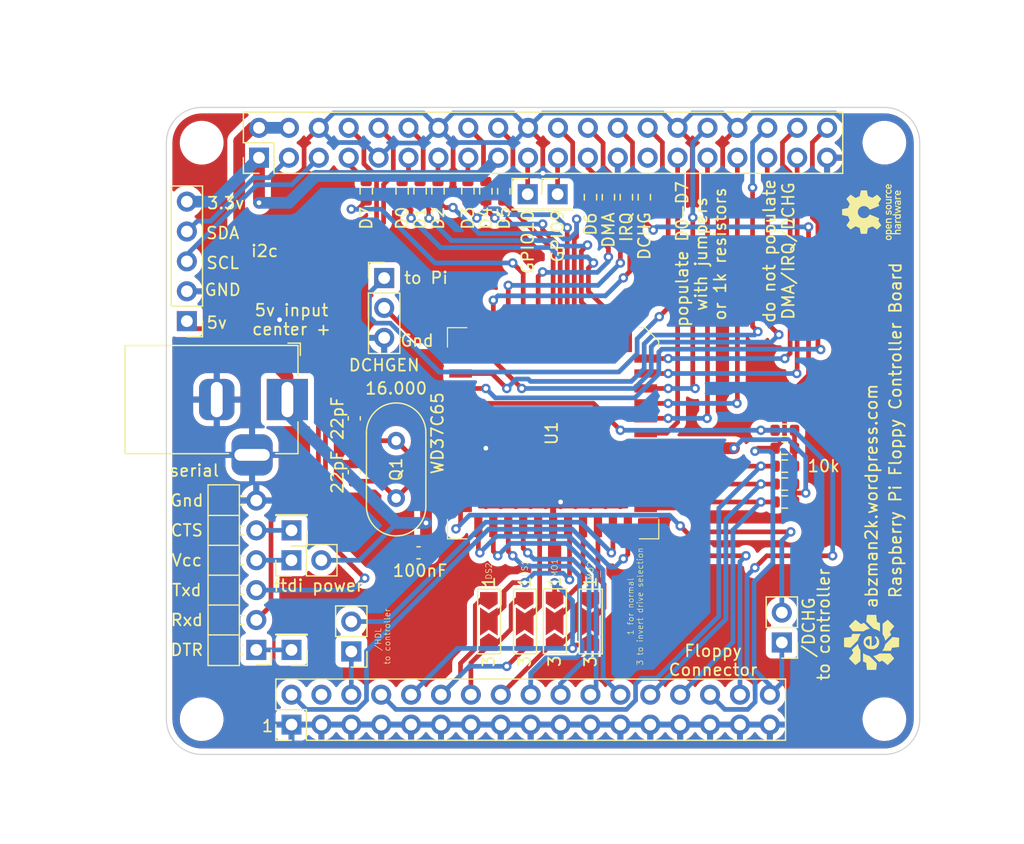
<source format=kicad_pcb>
(kicad_pcb (version 20211014) (generator pcbnew)
  (layers (0 "F.Cu" signal) (31 "B.Cu" signal) (34 "B.Paste" user) (35 "F.Paste" user) (36 "B.SilkS" user "B.Silkscreen") (37 "F.SilkS" user "F.Silkscreen") (38 "B.Mask" user) (39 "F.Mask" user) (44 "Edge.Cuts" user))
  (net 0 "")
  (net 1 "GND")
  (net 2 "Net-(C1-Pad2)")
  (net 3 "Net-(C2-Pad2)")
  (net 4 "+5V")
  (net 5 "DENSEL")
  (net 7 "Net-(CN1-Pad6)")
  (net 8 "*IDX")
  (net 9 "Net-(CN1-Pad10)")
  (net 10 "Net-(CN1-Pad12)")
  (net 11 "Net-(CN1-Pad14)")
  (net 12 "Net-(CN1-Pad16)")
  (net 13 "*DIRC")
  (net 14 "*STEP")
  (net 15 "*WD")
  (net 16 "*WE")
  (net 17 "*TR00")
  (net 18 "*WP")
  (net 19 "*RDD")
  (net 20 "*HS")
  (net 21 "*DCHG")
  (net 22 "Net-(J1-Pad2)")
  (net 23 "*HDL")
  (net 24 "*MO1")
  (net 25 "*MO2")
  (net 26 "*DS1")
  (net 27 "*DS2")
  (net 28 "D0")
  (net 29 "D1")
  (net 30 "D2")
  (net 31 "D3")
  (net 32 "D4")
  (net 33 "D5")
  (net 34 "D6")
  (net 35 "D7")
  (net 36 "SCL")
  (net 37 "SDA")
  (net 38 "+3V3")
  (net 39 "*DCHGEN")
  (net 40 "Net-(J9-Pad2)")
  (net 41 "Net-(J10-Pad1)")
  (net 42 "Net-(J11-Pad1)")
  (net 43 "Net-(J12-Pad1)")
  (net 44 "Rx")
  (net 45 "Tx")
  (net 46 "Net-(J14-Pad19)")
  (net 47 "Net-(J14-Pad21)")
  (net 48 "Net-(J14-Pad23)")
  (net 49 "Net-(J14-Pad24)")
  (net 50 "Net-(J14-Pad26)")
  (net 52 "*FRD")
  (net 53 "*FWR")
  (net 54 "A0")
  (net 55 "*FCS")
  (net 56 "*DOR")
  (net 57 "*CCR")
  (net 58 "*DACK")
  (net 59 "TC")
  (net 60 "FRST")
  (net 61 "DMA")
  (net 62 "IRQ")
  (net 64 "Net-(R9-Pad2)")
  (net 65 "Net-(R10-Pad2)")
  (net 66 "Net-(R11-Pad2)")
  (net 67 "Net-(R12-Pad2)")
  (net 68 "Net-(R13-Pad2)")
  (net 69 "Net-(R14-Pad2)")
  (net 70 "Net-(R15-Pad2)")
  (net 71 "Net-(R16-Pad2)")
  (footprint "Resistor_SMD:R_0603_1608Metric" (layer "F.Cu") (at 102.616 119.126 -90)
    (fp_text reference "R13" hide)
    (fp_text value "1k")
  )
  (footprint "Connector_PinHeader_2.54mm:PinHeader_1x06_P2.54mm_Horizontal" (layer "F.Cu") (at 84.639 158.115 180)
    (fp_text reference "J7" hide)
    (fp_text value "serial")
  )
  (footprint "Connector_PinHeader_2.54mm:PinHeader_2x17_P2.54mm_Vertical" (layer "F.Cu") (at 87.63 164.465 90)
    (fp_text reference "CN1" hide)
    (fp_text value "FLOPPY CONNECTOR")
  )
  (footprint "Resistor_SMD:R_0603_1608Metric" (layer "F.Cu") (at 100.076 119.126 -90)
    (fp_text reference "R14" hide)
    (fp_text value "1k")
  )
  (footprint "Capacitor_SMD:C_0603_1608Metric" (layer "F.Cu") (at 92.964 138.43 -90)
    (fp_text reference "C2" hide)
    (fp_text value "22pF")
  )
  (footprint "Resistor_SMD:R_0603_1608Metric" (layer "F.Cu") (at 93.98 119.126 -90)
    (fp_text reference "R9" hide)
    (fp_text value "1k")
  )
  (footprint "Resistor_SMD:R_0603_1608Metric" (layer "F.Cu") (at 117.602 119.634 -90)
    (fp_text reference "R7" hide)
    (fp_text value "R")
  )
  (footprint "Connector_PinHeader_2.54mm:PinHeader_1x01_P2.54mm_Vertical" (layer "F.Cu") (at 110.236 119.38)
    (fp_text reference "J16" hide)
    (fp_text value "GPIO9")
  )
  (footprint "Connector_PinHeader_2.54mm:PinHeader_1x01_P2.54mm_Vertical" (layer "F.Cu") (at 87.63 158.115 180)
    (fp_text reference "J12" hide)
    (fp_text value "DTR")
  )
  (footprint "Resistor_SMD:R_0603_1608Metric" (layer "F.Cu") (at 129.54 140.97)
    (fp_text reference "R1" hide)
    (fp_text value "10k")
  )
  (footprint "Package_LCC:PLCC-44" (layer "F.Cu") (at 109.855 139.7 -90)
    (fp_text reference "U1")
    (fp_text value "WD37C65")
  )
  (footprint "Resistor_SMD:R_0603_1608Metric" (layer "F.Cu") (at 105.664 119.126 -90)
    (fp_text reference "R11" hide)
    (fp_text value "1k")
  )
  (footprint "Resistor_SMD:R_0603_1608Metric" (layer "F.Cu") (at 104.14 119.126 -90)
    (fp_text reference "R12" hide)
    (fp_text value "1k")
  )
  (footprint "Resistor_SMD:R_0603_1608Metric" (layer "F.Cu") (at 113.03 119.634 -90)
    (fp_text reference "R10" hide)
    (fp_text value "1k")
  )
  (footprint "Resistor_SMD:R_0603_1608Metric" (layer "F.Cu") (at 98.552 119.126 -90)
    (fp_text reference "R15" hide)
    (fp_text value "1k")
  )
  (footprint "Resistor_SMD:R_0603_1608Metric" (layer "F.Cu") (at 97.028 119.126 -90)
    (fp_text reference "R16" hide)
    (fp_text value "1k")
  )
  (footprint "Jumper:SolderJumper-3_P2.0mm_Open_TrianglePad1.0x1.5mm_NumberLabels" (layer "F.Cu") (at 104.394 155.702 -90)
    (fp_text reference "J6" hide)
    (fp_text value "DS2")
  )
  (footprint "Crystal:Crystal_HC49-U_Vertical" (layer "F.Cu") (at 96.52 140.335 -90)
    (fp_text reference "Q1")
    (fp_text value "16.000")
  )
  (footprint "Resistor_SMD:R_0603_1608Metric" (layer "F.Cu") (at 129.54 139.446 180)
    (fp_text reference "R2" hide)
    (fp_text value "10k")
  )
  (footprint "Resistor_SMD:R_0603_1608Metric" (layer "F.Cu") (at 129.54 144.018)
    (fp_text reference "R4" hide)
    (fp_text value "10k")
  )
  (footprint "Resistor_SMD:R_0603_1608Metric" (layer "F.Cu") (at 114.554 119.634 -90)
    (fp_text reference "R6" hide)
    (fp_text value "R")
  )
  (footprint "Jumper:SolderJumper-3_P2.0mm_Open_TrianglePad1.0x1.5mm_NumberLabels" (layer "F.Cu") (at 113.03 155.702 -90)
    (fp_text reference "J4" hide)
    (fp_text value "MO2")
  )
  (footprint "Connector_PinHeader_2.54mm:PinHeader_1x02_P2.54mm_Vertical" (layer "F.Cu") (at 129.286 157.485 180)
    (fp_text reference "J1" hide)
    (fp_text value "/DCHG")
  )
  (footprint "Connector_PinHeader_2.54mm:PinHeader_1x03_P2.54mm_Vertical" (layer "F.Cu") (at 95.504 126.507)
    (fp_text reference "J9" hide)
    (fp_text value "DCHGEN")
  )
  (footprint "Connector_PinHeader_2.54mm:PinHeader_1x02_P2.54mm_Vertical" (layer "F.Cu") (at 92.71 158.247 180)
    (fp_text reference "J2" hide)
    (fp_text value "/HDL")
  )
  (footprint "Connector_BarrelJack:BarrelJack_Horizontal" (layer "F.Cu") (at 87.28 136.8375)
    (fp_text reference "J17" hide)
    (fp_text value "Barrel_Jack_Switch")
  )
  (footprint "Connector_PinHeader_2.54mm:PinHeader_1x02_P2.54mm_Vertical" (layer "F.Cu") (at 87.625 150.495 90)
    (fp_text reference "J10" hide)
    (fp_text value "ftdi power")
  )
  (footprint "Connector_PinHeader_2.54mm:PinHeader_2x20_P2.54mm_Vertical" (layer "F.Cu") (at 84.87 116.275 90)
    (fp_text reference "J14" hide)
    (fp_text value "Raspberry_Pi_2_3")
  )
  (footprint "Jumper:SolderJumper-3_P2.0mm_Open_TrianglePad1.0x1.5mm_NumberLabels" (layer "F.Cu") (at 107.442 155.702 -90)
    (fp_text reference "J5" hide)
    (fp_text value "DS1")
  )
  (footprint "Connector_PinHeader_2.54mm:PinHeader_1x01_P2.54mm_Vertical" (layer "F.Cu") (at 87.63 147.955 180)
    (fp_text reference "J11" hide)
    (fp_text value "CTS")
  )
  (footprint "Connector_PinHeader_2.54mm:PinHeader_1x05_P2.54mm_Vertical" (layer "F.Cu") (at 78.74 130.17 180)
    (fp_text reference "J8" hide)
    (fp_text value "i2c")
  )
  (footprint "Evan's misc parts:OSHW gear" (layer "F.Cu") (at 136.906 120.904 90)
    (fp_text reference "G***" hide)
    (fp_text value "LOGO" hide)
  )
  (footprint "Resistor_SMD:R_0603_1608Metric" (layer "F.Cu") (at 129.54 142.494)
    (fp_text reference "R5" hide)
    (fp_text value "10k")
  )
  (footprint "Evan's misc parts:Evan Logo" (layer "F.Cu") (at 136.906 157.48 90)
    (fp_text reference "G***" hide)
    (fp_text value "LOGO" hide)
  )
  (footprint "Jumper:SolderJumper-3_P2.0mm_Open_TrianglePad1.0x1.5mm_NumberLabels" (layer "F.Cu") (at 109.982 155.67 -90)
    (fp_text reference "J3" hide)
    (fp_text value "MO1")
  )
  (footprint "Capacitor_SMD:C_0603_1608Metric" (layer "F.Cu") (at 98.425 149.86 180)
    (fp_text reference "C3" hide)
    (fp_text value "100nF")
  )
  (footprint "Resistor_SMD:R_0603_1608Metric" (layer "F.Cu") (at 116.078 119.634 -90)
    (fp_text reference "R8" hide)
    (fp_text value "R")
  )
  (footprint "Connector_PinHeader_2.54mm:PinHeader_1x01_P2.54mm_Vertical" (layer "F.Cu") (at 107.696 119.38)
    (fp_text reference "J15" hide)
    (fp_text value "GPIO10")
  )
  (footprint "Capacitor_SMD:C_0603_1608Metric" (layer "F.Cu") (at 92.964 143.002 -90)
    (fp_text reference "C1" hide)
    (fp_text value "22pF")
  )
  (footprint "Resistor_SMD:R_0603_1608Metric" (layer "F.Cu") (at 129.54 145.542)
    (fp_text reference "R3" hide)
    (fp_text value "10k")
  )
  (footprint "MountingHole:MountingHole_2.7mm_M2.5" (layer "B.Cu") (at 138 115 90)
    (fp_text reference "REF**" hide)
    (fp_text value "MountingHole_2.7mm_M2.5")
  )
  (footprint "MountingHole:MountingHole_2.7mm_M2.5" (layer "B.Cu") (at 80 164 90)
    (fp_text reference "REF**" hide)
    (fp_text value "MountingHole_2.7mm_M2.5")
  )
  (footprint "MountingHole:MountingHole_2.7mm_M2.5" (layer "B.Cu") (at 138 164 90)
    (fp_text reference "REF**" hide)
    (fp_text value "MountingHole_2.7mm_M2.5")
  )
  (footprint "MountingHole:MountingHole_2.7mm_M2.5" (layer "B.Cu") (at 80 115 90)
    (fp_text reference "REF**" hide)
    (fp_text value "MountingHole_2.7mm_M2.5")
  )
  (gr_line (start 141 115) (end 141 160) (layer "Edge.Cuts") (width 0.1))
  (gr_arc (start 141 164) (mid 140.12132 166.12132) (end 138 167) (layer "Edge.Cuts") (width 0.1))
  (gr_arc (start 80 167) (mid 77.87868 166.12132) (end 77 164) (layer "Edge.Cuts") (width 0.1))
  (gr_line (start 77 115) (end 77 161) (layer "Edge.Cuts") (width 0.1))
  (gr_line (start 80 112) (end 138 112) (layer "Edge.Cuts") (width 0.1))
  (gr_line (start 138 167) (end 80 167) (layer "Edge.Cuts") (width 0.1))
  (gr_line (start 141 164) (end 141 160) (layer "Edge.Cuts") (width 0.1))
  (gr_arc (start 77 115) (mid 77.87868 112.87868) (end 80 112) (layer "Edge.Cuts") (width 0.1))
  (gr_arc (start 138 112) (mid 140.12132 112.87868) (end 141 115) (layer "Edge.Cuts") (width 0.1))
  (gr_line (start 77 164) (end 77 161) (layer "Edge.Cuts") (width 0.1))
  (gr_text "Rxd" (at 78.74 155.575) (layer "F.SilkS") (effects (font (size 1 1))))
  (gr_text "D5" (at 105.664 121.412 90) (layer "F.SilkS") (effects (font (size 1 1))))
  (gr_text "Gnd" (at 78.74 145.415) (layer "F.SilkS") (effects (font (size 1 1))))
  (gr_text "DCHG" (at 117.602 122.936 90) (layer "F.SilkS") (effects (font (size 1 1))))
  (gr_text "do not populate\nDMA/IRQ/DCHG" (at 129.032 124.206 90) (layer "F.SilkS") (effects (font (size 1 1))))
  (gr_text "D2" (at 100.076 121.412 90) (layer "F.SilkS") (effects (font (size 1 1))))
  (gr_text "D1" (at 98.552 121.412 90) (layer "F.SilkS") (effects (font (size 1 1))))
  (gr_text "D0" (at 97.028 121.412 90) (layer "F.SilkS") (effects (font (size 1 1))))
  (gr_text "CTS" (at 78.74 147.955) (layer "F.SilkS") (effects (font (size 1 1))))
  (gr_text "5v" (at 81.28 130.302) (layer "F.SilkS") (effects (font (size 1 1))))
  (gr_text "D6" (at 113.03 121.92 90) (layer "F.SilkS") (effects (font (size 1 1))))
  (gr_text "D7" (at 93.98 121.412 90) (layer "F.SilkS") (effects (font (size 1 1))))
  (gr_text "5v input\ncenter +" (at 87.63 130.048) (layer "F.SilkS") (effects (font (size 1 1))))
  (gr_text "3.3v" (at 82.042 120.142) (layer "F.SilkS") (effects (font (size 1 1))))
  (gr_text "Gnd" (at 98.298 131.826) (layer "F.SilkS") (effects (font (size 1 1))))
  (gr_text "to Pi" (at 99.06 126.492) (layer "F.SilkS") (effects (font (size 1 1))))
  (gr_text "1" (at 85.598 164.592) (layer "F.SilkS") (effects (font (size 1 1))))
  (gr_text "Vcc" (at 78.74 150.495) (layer "F.SilkS") (effects (font (size 1 1))))
  (gr_text "Floppy\nConnector" (at 123.444 159.004) (layer "F.SilkS") (effects (font (size 1 1))))
  (gr_text "SDA" (at 81.788 122.682) (layer "F.SilkS") (effects (font (size 1 1))))
  (gr_text "1 for normal\n3 to invert drive selection" (at 116.84 154.432 90) (layer "F.SilkS") (effects (font (size 0.5 0.5) (thickness 0.05))))
  (gr_text "IRQ" (at 116.078 122.174 90) (layer "F.SilkS") (effects (font (size 1 1))))
  (gr_text "to controller" (at 95.758 156.972 90) (layer "F.SilkS") (effects (font (size 0.5 0.5) (thickness 0.05))))
  (gr_text "DMA" (at 114.554 122.428 90) (layer "F.SilkS") (effects (font (size 1 1))))
  (gr_text "abzman2k.wordpress.com" (at 136.906 145.034 90) (layer "F.SilkS") (effects (font (size 1 1))))
  (gr_text "to controller" (at 132.842 155.956 90) (layer "F.SilkS") (effects (font (size 1 1))))
  (gr_text "populate D0-D7\nwith jumpers\nor 1k resistors" (at 122.428 124.46 90) (layer "F.SilkS") (effects (font (size 1 1))))
  (gr_text "SCL" (at 81.788 125.222) (layer "F.SilkS") (effects (font (size 1 1))))
  (gr_text "Raspberry Pi Floppy Controller Board" (at 138.938 139.446 90) (layer "F.SilkS") (effects (font (size 1 1))))
  (gr_text "DTR" (at 78.74 158.115) (layer "F.SilkS") (effects (font (size 1 1))))
  (gr_text "D3" (at 102.616 121.412 90) (layer "F.SilkS") (effects (font (size 1 1))))
  (gr_text "Txd" (at 78.74 153.035) (layer "F.SilkS") (effects (font (size 1 1))))
  (gr_text "GND" (at 81.788 127.508) (layer "F.SilkS") (effects (font (size 1 1))))
  (gr_text "D4" (at 104.14 121.412 90) (layer "F.SilkS") (effects (font (size 1 1))))
  (segment (start 101.359511 114.984511) (end 101.359511 117.588489) (width 0.4) (layer "F.Cu") (net 1))
  (segment (start 125.51 113.735) (end 124.260489 114.984511) (width 0.4) (layer "F.Cu") (net 1))
  (segment (start 88.700489 114.984511) (end 88.700489 117.039511) (width 0.4) (layer "F.Cu") (net 1))
  (segment (start 124.260489 114.984511) (end 124.260489 117.910489) (width 0.4) (layer "F.Cu") (net 1))
  (segment (start 120.43 113.735) (end 121.679511 114.984511) (width 0.4) (layer "F.Cu") (net 1))
  (segment (start 101.359511 117.588489) (end 101.359511 117.715489) (width 0.4) (layer "F.Cu") (net 1))
  (segment (start 108.979511 114.984511) (end 108.979511 117.588489) (width 0.4) (layer "F.Cu") (net 1))
  (segment (start 108.979511 117.588489) (end 108.979511 117.715489) (width 0.4) (layer "F.Cu") (net 1))
  (segment (start 89.95 113.735) (end 88.700489 114.984511) (width 0.4) (layer "F.Cu") (net 1))
  (segment (start 121.679511 114.984511) (end 121.679511 117.715489) (width 0.4) (layer "F.Cu") (net 1))
  (segment (start 100.11 113.735) (end 101.359511 114.984511) (width 0.4) (layer "F.Cu") (net 1))
  (segment (start 107.73 113.735) (end 108.979511 114.984511) (width 0.4) (layer "F.Cu") (net 1))
  (via (at 108.979511 117.588489) (size 0.8) (drill 0.4) (layers "F.Cu" "B.Cu") (net 1))
  (via (at 110.49 145.542) (size 0.8) (drill 0.4) (layers "F.Cu" "B.Cu") (net 1))
  (via (at 104.14 140.97) (size 0.8) (drill 0.4) (layers "F.Cu" "B.Cu") (net 1))
  (via (at 86.614 130.048) (size 0.8) (drill 0.4) (layers "F.Cu" "B.Cu") (net 1))
  (segment (start 98.860489 112.485489) (end 100.11 113.735) (width 0.4) (layer "B.Cu") (net 1))
  (segment (start 125.51 113.735) (end 126.759511 112.485489) (width 0.4) (layer "B.Cu") (net 1))
  (segment (start 100.11 113.735) (end 101.359511 114.984511) (width 0.4) (layer "B.Cu") (net 1))
  (segment (start 91.199511 112.485489) (end 98.860489 112.485489) (width 0.4) (layer "B.Cu") (net 1))
  (segment (start 101.359511 112.485489) (end 100.11 113.735) (width 0.4) (layer "B.Cu") (net 1))
  (segment (start 89.95 113.735) (end 91.199511 114.984511) (width 0.4) (layer "B.Cu") (net 1))
  (segment (start 93.739511 114.984511) (end 95.03 116.275) (width 0.4) (layer "B.Cu") (net 1))
  (segment (start 106.480489 112.485489) (end 101.359511 112.485489) (width 0.4) (layer "B.Cu") (net 1))
  (segment (start 91.199511 114.984511) (end 93.739511 114.984511) (width 0.4) (layer "B.Cu") (net 1))
  (segment (start 98.819511 115.025489) (end 100.11 113.735) (width 0.4) (layer "B.Cu") (net 1))
  (segment (start 89.95 113.735) (end 91.199511 112.485489) (width 0.4) (layer "B.Cu") (net 1))
  (segment (start 126.759511 112.485489) (end 133.821489 112.485489) (width 0.4) (layer "B.Cu") (net 1))
  (segment (start 119.180489 112.485489) (end 108.979511 112.485489) (width 0.4) (layer "B.Cu") (net 1))
  (segment (start 106.480489 114.984511) (end 107.73 113.735) (width 0.4) (layer "B.Cu") (net 1))
  (segment (start 120.43 113.735) (end 119.180489 112.485489) (width 0.4) (layer "B.Cu") (net 1))
  (segment (start 95.03 116.275) (end 96.279511 115.025489) (width 0.4) (layer "B.Cu") (net 1))
  (segment (start 120.43 113.735) (end 121.679511 112.485489) (width 0.4) (layer "B.Cu") (net 1))
  (segment (start 96.279511 115.025489) (end 98.819511 115.025489) (width 0.4) (layer "B.Cu") (net 1))
  (segment (start 107.73 113.735) (end 106.480489 112.485489) (width 0.4) (layer "B.Cu") (net 1))
  (segment (start 108.979511 112.485489) (end 107.73 113.735) (width 0.4) (layer "B.Cu") (net 1))
  (segment (start 101.359511 114.984511) (end 106.480489 114.984511) (width 0.4) (layer "B.Cu") (net 1))
  (segment (start 124.260489 112.485489) (end 125.51 113.735) (width 0.4) (layer "B.Cu") (net 1))
  (segment (start 121.679511 112.485489) (end 124.260489 112.485489) (width 0.4) (layer "B.Cu") (net 1))
  (segment (start 133.821489 112.485489) (end 134.874 113.538) (width 0.4) (layer "B.Cu") (net 1))
  (segment (start 96.52 145.215) (end 95.082 143.777) (width 0.4) (layer "F.Cu") (net 2))
  (segment (start 98.225 143.51) (end 101.9925 143.51) (width 0.4) (layer "F.Cu") (net 2))
  (segment (start 95.082 143.777) (end 92.964 143.777) (width 0.4) (layer "F.Cu") (net 2))
  (segment (start 96.52 145.215) (end 98.225 143.51) (width 0.4) (layer "F.Cu") (net 2))
  (segment (start 96.52 140.335) (end 94.094 140.335) (width 0.4) (layer "F.Cu") (net 3))
  (segment (start 101.9925 142.24) (end 98.425 142.24) (width 0.4) (layer "F.Cu") (net 3))
  (segment (start 94.094 140.335) (end 92.964 139.205) (width 0.4) (layer "F.Cu") (net 3))
  (segment (start 98.425 142.24) (end 96.52 140.335) (width 0.4) (layer "F.Cu") (net 3))
  (segment (start 83.185 114.860978) (end 83.185 130.81) (width 1) (layer "F.Cu") (net 4))
  (segment (start 100.03 144.78) (end 99.06 145.75) (width 1) (layer "F.Cu") (net 4))
  (segment (start 101.9925 144.78) (end 108.966 144.78) (width 1) (layer "F.Cu") (net 4))
  (segment (start 84.87 113.735) (end 84.310978 113.735) (width 1) (layer "F.Cu") (net 4))
  (segment (start 101.9925 144.78) (end 100.03 144.78) (width 1) (layer "F.Cu") (net 4))
  (segment (start 87.28 136.8375) (end 87.28 134.905) (width 1) (layer "F.Cu") (net 4))
  (segment (start 130.428 144.78) (end 130.365 144.843) (width 0.4) (layer "F.Cu") (net 4))
  (segment (start 78.74 130.81) (end 83.185 130.81) (width 0.4) (layer "F.Cu") (net 4))
  (segment (start 117.7175 140.97) (end 125.222 140.97) (width 1) (layer "F.Cu") (net 4))
  (segment (start 108.966 144.78) (end 112.776 140.97) (width 1) (layer "F.Cu") (net 4))
  (segment (start 130.365 139.446) (end 130.365 144.843) (width 0.4) (layer "F.Cu") (net 4))
  (segment (start 99.06 147.32) (end 99.06 149.72) (width 1) (layer "F.Cu") (net 4))
  (segment (start 131.318 144.78) (end 130.428 144.78) (width 0.4) (layer "F.Cu") (net 4))
  (segment (start 84.310978 113.735) (end 83.185 114.860978) (width 1) (layer "F.Cu") (net 4))
  (segment (start 112.776 140.97) (end 117.7175 140.97) (width 1) (layer "F.Cu") (net 4))
  (segment (start 130.365 144.843) (end 130.365 145.542) (width 0.4) (layer "F.Cu") (net 4))
  (segment (start 87.28 134.905) (end 83.185 130.81) (width 1) (layer "F.Cu") (net 4))
  (segment (start 99.06 145.75) (end 99.06 147.32) (width 1) (layer "F.Cu") (net 4))
  (segment (start 99.06 149.72) (end 99.2 149.86) (width 1) (layer "F.Cu") (net 4))
  (via (at 131.318 144.78) (size 0.8) (drill 0.4) (layers "F.Cu" "B.Cu") (net 4))
  (via (at 99.06 147.32) (size 0.8) (drill 0.4) (layers "F.Cu" "B.Cu") (net 4))
  (via (at 125.222 140.97) (size 0.8) (drill 0.4) (layers "F.Cu" "B.Cu") (net 4))
  (segment (start 96.575081 147.32) (end 87.28 138.024919) (width 1) (layer "B.Cu") (net 4))
  (segment (start 99.06 147.32) (end 96.575081 147.32) (width 1) (layer "B.Cu") (net 4))
  (segment (start 87.28 138.024919) (end 87.28 136.8375) (width 1) (layer "B.Cu") (net 4))
  (segment (start 125.222 140.97) (end 125.946489 140.245511) (width 0.4) (layer "B.Cu") (net 4))
  (segment (start 93.400081 150.495) (end 96.575081 147.32) (width 0.4) (layer "B.Cu") (net 4))
  (segment (start 131.318 141.732) (end 131.318 144.78) (width 0.4) (layer "B.Cu") (net 4))
  (segment (start 125.946489 140.245511) (end 129.831511 140.245511) (width 0.4) (layer "B.Cu") (net 4))
  (segment (start 90.165 150.495) (end 93.400081 150.495) (width 0.4) (layer "B.Cu") (net 4))
  (segment (start 87.41 113.735) (end 84.87 113.735) (width 1) (layer "B.Cu") (net 4))
  (segment (start 129.831511 140.245511) (end 131.318 141.732) (width 0.4) (layer "B.Cu") (net 4))
  (segment (start 116.205 147.5625) (end 116.205 149.987) (width 0.4) (layer "F.Cu") (net 5))
  (segment (start 116.205 149.987) (end 115.824 150.368) (width 0.4) (layer "F.Cu") (net 5))
  (via (at 115.824 150.368) (size 0.8) (drill 0.4) (layers "F.Cu" "B.Cu") (net 5))
  (segment (start 115.824 150.368) (end 115.116488 151.075512) (width 0.4) (layer "B.Cu") (net 5))
  (segment (start 94.000489 158.221511) (end 94.000489 160.040489) (width 0.4) (layer "B.Cu") (net 5))
  (segment (start 114.703591 151.075512) (end 111.489528 147.861449) (width 0.4) (layer "B.Cu") (net 5))
  (segment (start 93.227565 163.174511) (end 94.000489 162.401587) (width 0.4) (layer "B.Cu") (net 5))
  (segment (start 111.489528 147.861449) (end 104.360551 147.861449) (width 0.4) (layer "B.Cu") (net 5))
  (segment (start 88.879511 163.174511) (end 93.227565 163.174511) (width 0.4) (layer "B.Cu") (net 5))
  (segment (start 115.116488 151.075512) (end 114.703591 151.075512) (width 0.4) (layer "B.Cu") (net 5))
  (segment (start 104.360551 147.861449) (end 94.000489 158.221511) (width 0.4) (layer "B.Cu") (net 5))
  (segment (start 94.000489 162.401587) (end 94.000489 160.040489) (width 0.4) (layer "B.Cu") (net 5))
  (segment (start 87.63 161.925) (end 88.879511 163.174511) (width 0.4) (layer "B.Cu") (net 5))
  (segment (start 92.71 161.925) (end 92.71 158.247) (width 0.4) (layer "B.Cu") (net 7))
  (segment (start 128.715 142.494) (end 127.508 142.494) (width 0.4) (layer "F.Cu") (net 8))
  (segment (start 119.634 142.494) (end 119.38 142.24) (width 0.4) (layer "F.Cu") (net 8))
  (segment (start 119.38 142.24) (end 117.7175 142.24) (width 0.4) (layer "F.Cu") (net 8))
  (segment (start 127.508 142.494) (end 119.634 142.494) (width 0.4) (layer "F.Cu") (net 8))
  (via (at 127.508 142.494) (size 0.8) (drill 0.4) (layers "F.Cu" "B.Cu") (net 8))
  (segment (start 117.348 160.528) (end 118.65915 160.528) (width 0.4) (layer "B.Cu") (net 8))
  (segment (start 95.25 161.925) (end 96.499511 163.174511) (width 0.4) (layer "B.Cu") (net 8))
  (segment (start 116.860489 162.401587) (end 116.860489 161.015511) (width 0.4) (layer "B.Cu") (net 8))
  (segment (start 123.93144 146.07056) (end 127.508 142.494) (width 0.4) (layer "B.Cu") (net 8))
  (segment (start 116.860489 161.015511) (end 117.348 160.528) (width 0.4) (layer "B.Cu") (net 8))
  (segment (start 116.087565 163.174511) (end 116.860489 162.401587) (width 0.4) (layer "B.Cu") (net 8))
  (segment (start 118.65915 160.528) (end 123.93144 155.25571) (width 0.4) (layer "B.Cu") (net 8))
  (segment (start 96.499511 163.174511) (end 116.087565 163.174511) (width 0.4) (layer "B.Cu") (net 8))
  (segment (start 123.93144 155.25571) (end 123.93144 146.07056) (width 0.4) (layer "B.Cu") (net 8))
  (segment (start 113.03 157.702) (end 111.792 157.702) (width 0.4) (layer "F.Cu") (net 9))
  (segment (start 111.792 157.702) (end 111.506 157.988) (width 0.4) (layer "F.Cu") (net 9))
  (segment (start 109.982 152.4) (end 109.982 153.67) (width 0.4) (layer "F.Cu") (net 9))
  (via (at 109.982 152.4) (size 0.8) (drill 0.4) (layers "F.Cu" "B.Cu") (net 9))
  (via (at 111.506 157.988) (size 0.8) (drill 0.4) (layers "F.Cu" "B.Cu") (net 9))
  (segment (start 101.727 157.988) (end 97.79 161.925) (width 0.4) (layer "B.Cu") (net 9))
  (segment (start 109.982 152.4) (end 111.506 153.924) (width 0.4) (layer "B.Cu") (net 9))
  (segment (start 111.506 157.988) (end 101.727 157.988) (width 0.4) (layer "B.Cu") (net 9))
  (segment (start 111.506 153.924) (end 111.506 157.988) (width 0.4) (layer "B.Cu") (net 9))
  (segment (start 103.24448 158.00367) (end 101.99015 159.258) (width 0.4) (layer "F.Cu") (net 10))
  (segment (start 101.99015 159.258) (end 101.99015 160.26485) (width 0.4) (layer "F.Cu") (net 10))
  (segment (start 103.878994 153.702) (end 103.24448 154.336514) (width 0.4) (layer "F.Cu") (net 10))
  (segment (start 101.99015 160.26485) (end 100.33 161.925) (width 0.4) (layer "F.Cu") (net 10))
  (segment (start 103.24448 154.336514) (end 103.24448 158.00367) (width 0.4) (layer "F.Cu") (net 10))
  (segment (start 107.442 157.988) (end 105.918 159.512) (width 0.4) (layer "F.Cu") (net 10))
  (segment (start 104.394 153.702) (end 103.878994 153.702) (width 0.4) (layer "F.Cu") (net 10))
  (segment (start 107.442 157.702) (end 107.442 157.988) (width 0.4) (layer "F.Cu") (net 10))
  (via (at 105.918 159.512) (size 0.8) (drill 0.4) (layers "F.Cu" "B.Cu") (net 10))
  (segment (start 105.918 159.512) (end 102.743 159.512) (width 0.4) (layer "B.Cu") (net 10))
  (segment (start 102.743 159.512) (end 100.33 161.925) (width 0.4) (layer "B.Cu") (net 10))
  (segment (start 104.394 157.702) (end 104.934 157.702) (width 0.4) (layer "F.Cu") (net 11))
  (segment (start 102.87 161.925) (end 102.87 159.226) (width 0.4) (layer "F.Cu") (net 11))
  (segment (start 102.87 159.226) (end 104.394 157.702) (width 0.4) (layer "F.Cu") (net 11))
  (segment (start 106.29248 155.32752) (end 106.29248 154.31152) (width 0.4) (layer "F.Cu") (net 11))
  (segment (start 106.29248 154.31152) (end 106.902 153.702) (width 0.4) (layer "F.Cu") (net 11))
  (segment (start 106.29248 156.34352) (end 106.29248 155.32752) (width 0.4) (layer "F.Cu") (net 11))
  (segment (start 104.934 157.702) (end 106.29248 156.34352) (width 0.4) (layer "F.Cu") (net 11))
  (segment (start 106.902 153.702) (end 107.442 153.702) (width 0.4) (layer "F.Cu") (net 11))
  (segment (start 111.73104 156.435966) (end 110.497006 157.67) (width 0.4) (layer "F.Cu") (net 12))
  (segment (start 109.982 157.67) (end 109.665 157.67) (width 0.4) (layer "F.Cu") (net 12))
  (segment (start 111.73104 154.46096) (end 111.73104 156.435966) (width 0.4) (layer "F.Cu") (net 12))
  (segment (start 112.49 153.702) (end 111.73104 154.46096) (width 0.4) (layer "F.Cu") (net 12))
  (segment (start 113.03 153.702) (end 112.49 153.702) (width 0.4) (layer "F.Cu") (net 12))
  (segment (start 109.665 157.67) (end 105.41 161.925) (width 0.4) (layer "F.Cu") (net 12))
  (segment (start 110.497006 157.67) (end 109.982 157.67) (width 0.4) (layer "F.Cu") (net 12))
  (segment (start 106.045 149.733) (end 106.426 150.114) (width 0.4) (layer "F.Cu") (net 13))
  (segment (start 106.045 147.5625) (end 106.045 149.733) (width 0.4) (layer "F.Cu") (net 13))
  (via (at 106.426 150.114) (size 0.8) (drill 0.4) (layers "F.Cu" "B.Cu") (net 13))
  (segment (start 112.305511 157.425991) (end 112.305511 158.319169) (width 0.4) (layer "B.Cu") (net 13))
  (segment (start 112.10552 157.226) (end 112.305511 157.425991) (width 0.4) (layer "B.Cu") (net 13))
  (segment (start 107.95 160.095022) (end 107.95 161.925) (width 0.4) (layer "B.Cu") (net 13))
  (segment (start 107.312969 151.000969) (end 111.237649 151.000969) (width 0.4) (layer "B.Cu") (net 13))
  (segment (start 106.426 150.114) (end 107.312969 151.000969) (width 0.4) (layer "B.Cu") (net 13))
  (segment (start 111.237649 151.000969) (end 112.10552 151.86884) (width 0.4) (layer "B.Cu") (net 13))
  (segment (start 112.10552 151.86884) (end 112.10552 157.226) (width 0.4) (layer "B.Cu") (net 13))
  (segment (start 111.837169 158.787511) (end 109.257511 158.787511) (width 0.4) (layer "B.Cu") (net 13))
  (segment (start 109.257511 158.787511) (end 107.95 160.095022) (width 0.4) (layer "B.Cu") (net 13))
  (segment (start 112.305511 158.319169) (end 111.837169 158.787511) (width 0.4) (layer "B.Cu") (net 13))
  (segment (start 107.315 149.479) (end 107.696 149.86) (width 0.4) (layer "F.Cu") (net 14))
  (segment (start 107.315 147.5625) (end 107.315 149.479) (width 0.4) (layer "F.Cu") (net 14))
  (via (at 107.696 149.86) (size 0.8) (drill 0.4) (layers "F.Cu" "B.Cu") (net 14))
  (segment (start 112.905031 151.820502) (end 112.905031 158.567499) (width 0.4) (layer "B.Cu") (net 14))
  (segment (start 112.905031 158.567499) (end 110.49 160.98253) (width 0.4) (layer "B.Cu") (net 14))
  (segment (start 107.696 149.86) (end 108.237449 150.401449) (width 0.4) (layer "B.Cu") (net 14))
  (segment (start 108.237449 150.401449) (end 111.485978 150.401449) (width 0.4) (layer "B.Cu") (net 14))
  (segment (start 111.485978 150.401449) (end 112.905031 151.820502) (width 0.4) (layer "B.Cu") (net 14))
  (segment (start 110.49 160.98253) (end 110.49 161.925) (width 0.4) (layer "B.Cu") (net 14))
  (segment (start 104.775 147.5625) (end 104.775 149.733) (width 0.4) (layer "F.Cu") (net 15))
  (segment (start 104.775 149.733) (end 105.156 150.114) (width 0.4) (layer "F.Cu") (net 15))
  (via (at 105.156 150.114) (size 0.8) (drill 0.4) (layers "F.Cu" "B.Cu") (net 15))
  (segment (start 105.156 150.114) (end 106.209511 149.060489) (width 0.4) (layer "B.Cu") (net 15))
  (segment (start 113.504551 151.572172) (end 113.504551 161.450449) (width 0.4) (layer "B.Cu") (net 15))
  (segment (start 110.992868 149.060489) (end 113.504551 151.572172) (width 0.4) (layer "B.Cu") (net 15))
  (segment (start 106.209511 149.060489) (end 110.992868 149.060489) (width 0.4) (layer "B.Cu") (net 15))
  (segment (start 113.504551 161.450449) (end 113.03 161.925) (width 0.4) (layer "B.Cu") (net 15))
  (segment (start 103.505 149.733) (end 103.632 149.86) (width 0.4) (layer "F.Cu") (net 16))
  (segment (start 103.505 147.5625) (end 103.505 149.733) (width 0.4) (layer "F.Cu") (net 16))
  (via (at 103.632 149.86) (size 0.8) (drill 0.4) (layers "F.Cu" "B.Cu") (net 16))
  (segment (start 114.104071 151.323842) (end 114.104071 160.459071) (width 0.4) (layer "B.Cu") (net 16))
  (segment (start 114.104071 160.459071) (end 115.57 161.925) (width 0.4) (layer "B.Cu") (net 16))
  (segment (start 105.031031 148.460969) (end 111.241198 148.460969) (width 0.4) (layer "B.Cu") (net 16))
  (segment (start 111.241198 148.460969) (end 114.104071 151.323842) (width 0.4) (layer "B.Cu") (net 16))
  (segment (start 103.632 149.86) (end 105.031031 148.460969) (width 0.4) (layer "B.Cu") (net 16))
  (segment (start 119.634 143.51) (end 117.7175 143.51) (width 0.4) (layer "F.Cu") (net 17))
  (segment (start 128.715 144.018) (end 127.508 144.018) (width 0.4) (layer "F.Cu") (net 17))
  (segment (start 127.508 144.018) (end 120.142 144.018) (width 0.4) (layer "F.Cu") (net 17))
  (segment (start 120.142 144.018) (end 119.634 143.51) (width 0.4) (layer "F.Cu") (net 17))
  (via (at 127.508 144.018) (size 0.8) (drill 0.4) (layers "F.Cu" "B.Cu") (net 17))
  (segment (start 127.508 144.018) (end 124.53096 146.99504) (width 0.4) (layer "B.Cu") (net 17))
  (segment (start 124.53096 146.99504) (end 124.53096 155.50404) (width 0.4) (layer "B.Cu") (net 17))
  (segment (start 124.53096 155.50404) (end 118.11 161.925) (width 0.4) (layer "B.Cu") (net 17))
  (segment (start 121.412 145.542) (end 120.65 144.78) (width 0.4) (layer "F.Cu") (net 18))
  (segment (start 120.65 144.78) (end 117.7175 144.78) (width 0.4) (layer "F.Cu") (net 18))
  (segment (start 127.508 145.542) (end 121.412 145.542) (width 0.4) (layer "F.Cu") (net 18))
  (segment (start 128.715 145.542) (end 127.508 145.542) (width 0.4) (layer "F.Cu") (net 18))
  (via (at 127.508 145.542) (size 0.8) (drill 0.4) (layers "F.Cu" "B.Cu") (net 18))
  (segment (start 125.13048 147.91952) (end 127.508 145.542) (width 0.4) (layer "B.Cu") (net 18))
  (segment (start 120.65 161.925) (end 125.13048 157.44452) (width 0.4) (layer "B.Cu") (net 18))
  (segment (start 125.13048 157.44452) (end 125.13048 147.91952) (width 0.4) (layer "B.Cu") (net 18))
  (segment (start 128.016 150.114) (end 127 151.13) (width 0.4) (layer "F.Cu") (net 19))
  (segment (start 127.508 139.446) (end 128.715 139.446) (width 0.4) (layer "F.Cu") (net 19))
  (segment (start 113.284 137.16) (end 115.57 139.446) (width 0.4) (layer "F.Cu") (net 19))
  (segment (start 128.016 150.114) (end 133.604 150.114) (width 0.4) (layer "F.Cu") (net 19))
  (segment (start 101.9925 137.16) (end 113.284 137.16) (width 0.4) (layer "F.Cu") (net 19))
  (via (at 115.57 139.446) (size 0.8) (drill 0.4) (layers "F.Cu" "B.Cu") (net 19))
  (via (at 133.604 150.114) (size 0.8) (drill 0.4) (layers "F.Cu" "B.Cu") (net 19))
  (via (at 127.508 139.446) (size 0.8) (drill 0.4) (layers "F.Cu" "B.Cu") (net 19))
  (via (at 127 151.13) (size 0.8) (drill 0.4) (layers "F.Cu" "B.Cu") (net 19))
  (segment (start 124.439511 163.174511) (end 123.19 161.925) (width 0.4) (layer "B.Cu") (net 19))
  (segment (start 115.57 139.446) (end 127.508 139.446) (width 0.4) (layer "B.Cu") (net 19))
  (segment (start 126.385489 163.174511) (end 124.439511 163.174511) (width 0.4) (layer "B.Cu") (net 19))
  (segment (start 127.020489 162.539511) (end 126.385489 163.174511) (width 0.4) (layer "B.Cu") (net 19))
  (segment (start 133.604 142.748) (end 130.302 139.446) (width 0.4) (layer "B.Cu") (net 19))
  (segment (start 127.020489 161.564489) (end 127.020489 162.539511) (width 0.4) (layer "B.Cu") (net 19))
  (segment (start 130.302 139.446) (end 127.508 139.446) (width 0.4) (layer "B.Cu") (net 19))
  (segment (start 126.32952 160.02) (end 126.32952 151.80048) (width 0.4) (layer "B.Cu") (net 19))
  (segment (start 127.020489 161.564489) (end 127.020489 160.710969) (width 0.4) (layer "B.Cu") (net 19))
  (segment (start 127.020489 160.710969) (end 126.32952 160.02) (width 0.4) (layer "B.Cu") (net 19))
  (segment (start 126.32952 151.80048) (end 127 151.13) (width 0.4) (layer "B.Cu") (net 19))
  (segment (start 127.020489 161.056489) (end 127.020489 161.564489) (width 0.4) (layer "B.Cu") (net 19))
  (segment (start 133.604 150.114) (end 133.604 142.748) (width 0.4) (layer "B.Cu") (net 19))
  (segment (start 101.9925 146.05) (end 101.9925 147.4355) (width 0.4) (layer "F.Cu") (net 20))
  (segment (start 101.9925 147.4355) (end 101.6 147.828) (width 0.4) (layer "F.Cu") (net 20))
  (segment (start 123.19 150.114) (end 120.65 147.574) (width 0.4) (layer "F.Cu") (net 20))
  (segment (start 126.238 150.114) (end 123.19 150.114) (width 0.4) (layer "F.Cu") (net 20))
  (via (at 120.65 147.574) (size 0.8) (drill 0.4) (layers "F.Cu" "B.Cu") (net 20))
  (via (at 126.238 150.114) (size 0.8) (drill 0.4) (layers "F.Cu" "B.Cu") (net 20))
  (via (at 101.6 147.828) (size 0.8) (drill 0.4) (layers "F.Cu" "B.Cu") (net 20))
  (segment (start 125.73 150.622) (end 126.238 150.114) (width 0.4) (layer "B.Cu") (net 20))
  (segment (start 102.765591 146.662409) (end 119.738409 146.662409) (width 0.4) (layer "B.Cu") (net 20))
  (segment (start 119.738409 146.662409) (end 120.65 147.574) (width 0.4) (layer "B.Cu") (net 20))
  (segment (start 101.6 147.828) (end 102.765591 146.662409) (width 0.4) (layer "B.Cu") (net 20))
  (segment (start 125.73 161.925) (end 125.73 150.622) (width 0.4) (layer "B.Cu") (net 20))
  (segment (start 128.715 140.97) (end 127.254 140.97) (width 0.4) (layer "F.Cu") (net 21))
  (segment (start 129.51452 136.79216) (end 129.51452 140.17048) (width 0.4) (layer "F.Cu") (net 21))
  (segment (start 127.254 140.97) (end 127 141.224) (width 0.4) (layer "F.Cu") (net 21))
  (segment (start 117.602 121.666) (end 118.364 122.428) (width 0.4) (layer "F.Cu") (net 21))
  (segment (start 131.555022 134.751658) (end 129.51452 136.79216) (width 0.4) (layer "F.Cu") (net 21))
  (segment (start 131.555022 122.157022) (end 131.555022 134.751658) (width 0.4) (layer "F.Cu") (net 21))
  (segment (start 129.51452 140.17048) (end 128.715 140.97) (width 0.4) (layer "F.Cu") (net 21))
  (segment (start 117.602 120.459) (end 117.602 121.666) (width 0.4) (layer "F.Cu") (net 21))
  (via (at 131.555022 122.157022) (size 0.8) (drill 0.4) (layers "F.Cu" "B.Cu") (net 21))
  (via (at 118.364 122.428) (size 0.8) (drill 0.4) (layers "F.Cu" "B.Cu") (net 21))
  (via (at 127 141.224) (size 0.8) (drill 0.4) (layers "F.Cu" "B.Cu") (net 21))
  (segment (start 127 141.224) (end 128.27 141.224) (width 0.4) (layer "B.Cu") (net 21))
  (segment (start 128.27 141.224) (end 128.524 141.478) (width 0.4) (layer "B.Cu") (net 21))
  (segment (start 129.286 160.909) (end 128.27 161.925) (width 0.4) (layer "B.Cu") (net 21))
  (segment (start 129.286 157.485) (end 129.286 160.909) (width 0.4) (layer "B.Cu") (net 21))
  (segment (start 131.555022 122.157022) (end 118.634978 122.157022) (width 0.4) (layer "B.Cu") (net 21))
  (segment (start 128.27 161.112631) (end 128.27 161.925) (width 0.4) (layer "B.Cu") (net 21))
  (segment (start 126.92904 159.771671) (end 128.27 161.112631) (width 0.4) (layer "B.Cu") (net 21))
  (segment (start 128.524 150.73668) (end 126.92904 152.33164) (width 0.4) (layer "B.Cu") (net 21))
  (segment (start 126.92904 152.33164) (end 126.92904 159.771671) (width 0.4) (layer "B.Cu") (net 21))
  (segment (start 118.634978 122.157022) (end 118.364 122.428) (width 0.4) (layer "B.Cu") (net 21))
  (segment (start 128.524 141.478) (end 128.524 150.73668) (width 0.4) (layer "B.Cu") (net 21))
  (segment (start 117.7175 146.05) (end 120.904 146.05) (width 0.4) (layer "F.Cu") (net 22))
  (segment (start 130.048 148.082) (end 122.936 148.082) (width 0.4) (layer "F.Cu") (net 22))
  (segment (start 120.904 146.05) (end 122.936 148.082) (width 0.4) (layer "F.Cu") (net 22))
  (via (at 130.048 148.082) (size 0.8) (drill 0.4) (layers "F.Cu" "B.Cu") (net 22))
  (segment (start 129.286 148.844) (end 130.048 148.082) (width 0.4) (layer "B.Cu") (net 22))
  (segment (start 129.286 154.945) (end 129.286 148.844) (width 0.4) (layer "B.Cu") (net 22))
  (segment (start 114.935 149.733) (end 114.808 149.86) (width 0.4) (layer "F.Cu") (net 23))
  (segment (start 114.935 147.5625) (end 114.935 149.733) (width 0.4) (layer "F.Cu") (net 23))
  (via (at 114.808 149.86) (size 0.8) (drill 0.4) (layers "F.Cu" "B.Cu") (net 23))
  (segment (start 92.71 155.707) (end 95.66715 155.707) (width 0.4) (layer "B.Cu") (net 23))
  (segment (start 112.209929 147.261929) (end 114.808 149.86) (width 0.4) (layer "B.Cu") (net 23))
  (segment (start 104.112222 147.261929) (end 112.209929 147.261929) (width 0.4) (layer "B.Cu") (net 23))
  (segment (start 95.66715 155.707) (end 104.112222 147.261929) (width 0.4) (layer "B.Cu") (net 23))
  (segment (start 112.395 147.5625) (end 112.395 149.225) (width 0.4) (layer "F.Cu") (net 24))
  (segment (start 111.13152 154.52048) (end 109.982 155.67) (width 0.4) (layer "F.Cu") (net 24))
  (segment (start 111.13152 153.53648) (end 111.887 152.781) (width 0.4) (layer "F.Cu") (net 24))
  (segment (start 111.13152 154.52048) (end 111.13152 153.53648) (width 0.4) (layer "F.Cu") (net 24))
  (segment (start 112.395 152.273) (end 111.887 152.781) (width 0.4) (layer "F.Cu") (net 24))
  (segment (start 112.395 149.225) (end 112.395 152.273) (width 0.4) (layer "F.Cu") (net 24))
  (segment (start 114.17952 152.53352) (end 114.17952 154.55248) (width 0.4) (layer "F.Cu") (net 25))
  (segment (start 114.17952 154.55248) (end 113.03 155.702) (width 0.4) (layer "F.Cu") (net 25))
  (segment (start 113.665 147.5625) (end 113.665 152.019) (width 0.4) (layer "F.Cu") (net 25))
  (segment (start 113.665 152.019) (end 114.17952 152.53352) (width 0.4) (layer "F.Cu") (net 25))
  (segment (start 108.712 147.6895) (end 108.585 147.5625) (width 0.4) (layer "F.Cu") (net 26))
  (segment (start 107.442 155.702) (end 108.712 154.432) (width 0.4) (layer "F.Cu") (net 26))
  (segment (start 108.712 154.432) (end 108.712 147.6895) (width 0.4) (layer "F.Cu") (net 26))
  (segment (start 105.69296 153.13304) (end 106.426 152.4) (width 0.4) (layer "F.Cu") (net 27))
  (segment (start 111.252 149.098) (end 111.252 147.6895) (width 0.4) (layer "F.Cu") (net 27))
  (segment (start 111.252 147.6895) (end 111.125 147.5625) (width 0.4) (layer "F.Cu") (net 27))
  (segment (start 104.394 155.702) (end 105.69296 154.40304) (width 0.4) (layer "F.Cu") (net 27))
  (segment (start 106.426 152.4) (end 107.442 152.4) (width 0.4) (layer "F.Cu") (net 27))
  (segment (start 105.69296 154.40304) (end 105.69296 153.13304) (width 0.4) (layer "F.Cu") (net 27))
  (segment (start 111.252 149.098) (end 111.252 152.146) (width 0.4) (layer "F.Cu") (net 27))
  (via (at 107.442 152.4) (size 0.8) (drill 0.4) (layers "F.Cu" "B.Cu") (net 27))
  (via (at 111.252 152.146) (size 0.8) (drill 0.4) (layers "F.Cu" "B.Cu") (net 27))
  (segment (start 107.442 152.4) (end 108.241511 151.600489) (width 0.4) (layer "B.Cu") (net 27))
  (segment (start 108.241511 151.600489) (end 109.436489 151.600489) (width 0.4) (layer "B.Cu") (net 27))
  (segment (start 111.252 152.146) (end 110.706489 151.600489) (width 0.4) (layer "B.Cu") (net 27))
  (segment (start 110.706489 151.600489) (end 109.436489 151.600489) (width 0.4) (layer "B.Cu") (net 27))
  (segment (start 97.028 118.301) (end 97.028 118.11) (width 0.4) (layer "F.Cu") (net 28))
  (segment (start 97.57 117.568) (end 97.57 116.275) (width 0.4) (layer "F.Cu") (net 28))
  (segment (start 97.028 118.11) (end 97.57 117.568) (width 0.4) (layer "F.Cu") (net 28))
  (segment (start 98.819511 114.984511) (end 97.57 113.735) (width 0.4) (layer "F.Cu") (net 29))
  (segment (start 98.552 118.301) (end 98.819511 118.033489) (width 0.4) (layer "F.Cu") (net 29))
  (segment (start 98.819511 118.033489) (end 98.819511 114.984511) (width 0.4) (layer "F.Cu") (net 29))
  (segment (start 100.076 118.301) (end 100.076 116.309) (width 0.4) (layer "F.Cu") (net 30))
  (segment (start 100.076 116.309) (end 100.11 116.275) (width 0.4) (layer "F.Cu") (net 30))
  (segment (start 102.616 118.301) (end 102.616 116.309) (width 0.4) (layer "F.Cu") (net 31))
  (segment (start 102.616 116.309) (end 102.65 116.275) (width 0.4) (layer "F.Cu") (net 31))
  (segment (start 103.940489 115.025489) (end 102.65 113.735) (width 0.4) (layer "F.Cu") (net 32))
  (segment (start 103.940489 118.101489) (end 103.940489 115.025489) (width 0.4) (layer "F.Cu") (net 32))
  (segment (start 104.14 118.301) (end 103.940489 118.101489) (width 0.4) (layer "F.Cu") (net 32))
  (segment (start 106.439511 114.984511) (end 105.19 113.735) (width 0.4) (layer "F.Cu") (net 33))
  (segment (start 105.664 118.301) (end 106.439511 117.525489) (width 0.4) (layer "F.Cu") (net 33))
  (segment (start 106.439511 117.525489) (end 106.439511 114.984511) (width 0.4) (layer "F.Cu") (net 33))
  (segment (start 111.519511 114.984511) (end 110.27 113.735) (width 0.4) (layer "F.Cu") (net 34))
  (segment (start 113.03 118.809) (end 111.519511 117.298511) (width 0.4) (layer "F.Cu") (net 34))
  (segment (start 111.519511 117.298511) (end 111.519511 114.984511) (width 0.4) (layer "F.Cu") (net 34))
  (segment (start 92.49 116.811) (end 92.49 116.275) (width 0.4) (layer "F.Cu") (net 35))
  (segment (start 93.98 118.301) (end 92.49 116.811) (width 0.4) (layer "F.Cu") (net 35))
  (segment (start 84.692887 118.572077) (end 78.74 124.524962) (width 0.4) (layer "B.Cu") (net 36))
  (segment (start 87.652923 118.572077) (end 84.692887 118.572077) (width 0.4) (layer "B.Cu") (net 36))
  (segment (start 89.95 116.275) (end 87.652923 118.572077) (width 0.4) (layer "B.Cu") (net 36))
  (segment (start 78.74 124.524962) (end 78.74 125.09) (width 0.4) (layer "B.Cu") (net 36))
  (segment (start 80.751113 121.666) (end 79.624 121.666) (width 0.4) (layer "B.Cu") (net 37))
  (segment (start 79.624 121.666) (end 78.74 122.55) (width 0.4) (layer "B.Cu") (net 37))
  (segment (start 87.41 116.275) (end 85.712443 117.972557) (width 0.4) (layer "B.Cu") (net 37))
  (segment (start 84.444557 117.972557) (end 80.751113 121.666) (width 0.4) (layer "B.Cu") (net 37))
  (segment (start 85.712443 117.972557) (end 84.444557 117.972557) (width 0.4) (layer "B.Cu") (net 37))
  (segment (start 84.87 119.6) (end 84.87 120.108) (width 1) (layer "F.Cu") (net 38))
  (segment (start 84.87 116.275) (end 84.87 119.6) (width 1) (layer "F.Cu") (net 38))
  (via (at 84.87 120.108) (size 0.8) (drill 0.4) (layers "F.Cu" "B.Cu") (net 38))
  (segment (start 78.74 120.01) (end 81.135 120.01) (width 1) (layer "B.Cu") (net 38))
  (segment (start 81.135 120.01) (end 84.87 116.275) (width 1) (layer "B.Cu") (net 38))
  (segment (start 103.640489 117.824511) (end 89.693489 117.824511) (width 1) (layer "B.Cu") (net 38))
  (segment (start 105.19 116.275) (end 103.640489 117.824511) (width 1) (layer "B.Cu") (net 38))
  (segment (start 87.41 120.108) (end 84.87 120.108) (width 1) (layer "B.Cu") (net 38))
  (segment (start 89.693489 117.824511) (end 87.41 120.108) (width 1) (layer "B.Cu") (net 38))
  (segment (start 119.139511 114.984511) (end 119.139511 119.139511) (width 0.4) (layer "F.Cu") (net 39))
  (segment (start 119.634 129.032) (end 118.872 129.794) (width 0.4) (layer "F.Cu") (net 39))
  (segment (start 119.139511 119.139511) (end 119.634 119.634) (width 0.4) (layer "F.Cu") (net 39))
  (segment (start 117.89 113.735) (end 119.139511 114.984511) (width 0.4) (layer "F.Cu") (net 39))
  (segment (start 119.634 119.634) (end 119.634 129.032) (width 0.4) (layer "F.Cu") (net 39))
  (via (at 118.872 129.794) (size 0.8) (drill 0.4) (layers "F.Cu" "B.Cu") (net 39))
  (segment (start 115.445031 134.490969) (end 100.175045 134.490969) (width 0.4) (layer "B.Cu") (net 39))
  (segment (start 116.995036 132.940964) (end 115.445031 134.490969) (width 0.4) (layer "B.Cu") (net 39))
  (segment (start 94.777489 130.337489) (end 94.254489 129.814489) (width 0.4) (layer "B.Cu") (net 39))
  (segment (start 118.872 129.794) (end 116.995036 131.670964) (width 0.4) (layer "B.Cu") (net 39))
  (segment (start 94.254489 127.756511) (end 95.504 126.507) (width 0.4) (layer "B.Cu") (net 39))
  (segment (start 96.021565 130.337489) (end 94.777489 130.337489) (width 0.4) (layer "B.Cu") (net 39))
  (segment (start 116.995036 131.670964) (end 116.995036 132.940964) (width 0.4) (layer "B.Cu") (net 39))
  (segment (start 100.175045 134.490969) (end 96.021565 130.337489) (width 0.4) (layer "B.Cu") (net 39))
  (segment (start 94.254489 129.814489) (end 94.254489 127.756511) (width 0.4) (layer "B.Cu") (net 39))
  (segment (start 98.2945 131.8375) (end 103.505 131.8375) (width 0.4) (layer "F.Cu") (net 40))
  (segment (start 95.504 129.047) (end 98.2945 131.8375) (width 0.4) (layer "F.Cu") (net 40))
  (segment (start 87.625 150.495) (end 84.639 150.495) (width 0.4) (layer "B.Cu") (net 41))
  (segment (start 87.63 147.955) (end 84.639 147.955) (width 0.4) (layer "B.Cu") (net 42))
  (segment (start 87.63 158.115) (end 84.639 158.115) (width 0.4) (layer "B.Cu") (net 43))
  (segment (start 93.853 152.019) (end 90.51552 148.68152) (width 0.4) (layer "F.Cu") (net 44))
  (segment (start 90.51552 126.74033) (end 95.45404 121.80181) (width 0.4) (layer "F.Cu") (net 44))
  (segment (start 95.45404 118.552111) (end 96.279511 117.72664) (width 0.4) (layer "F.Cu") (net 44))
  (segment (start 96.279511 114.984511) (end 95.03 113.735) (width 0.4) (layer "F.Cu") (net 44))
  (segment (start 90.51552 148.68152) (end 90.51552 126.74033) (width 0.4) (layer "F.Cu") (net 44))
  (segment (start 96.279511 117.72664) (end 96.279511 114.984511) (width 0.4) (layer "F.Cu") (net 44))
  (segment (start 95.45404 121.80181) (end 95.45404 118.552111) (width 0.4) (layer "F.Cu") (net 44))
  (via (at 93.853 152.019) (size 0.8) (drill 0.4) (layers "F.Cu" "B.Cu") (net 44))
  (segment (start 92.837 153.035) (end 93.853 152.019) (width 0.4) (layer "B.Cu") (net 44))
  (segment (start 84.639 153.035) (end 92.837 153.035) (width 0.4) (layer "B.Cu") (net 44))
  (segment (start 89.916 142.828924) (end 85.888511 146.856413) (width 0.4) (layer "F.Cu") (net 45))
  (segment (start 89.916 126.492) (end 89.916 142.828924) (width 0.4) (layer "F.Cu") (net 45))
  (segment (start 94.503329 117.50148) (end 94.85452 117.852671) (width 0.4) (layer "F.Cu") (net 45))
  (segment (start 94.489404 117.50148) (end 94.503329 117.50148) (width 0.4) (layer "F.Cu") (net 45))
  (segment (start 93.780489 116.792565) (end 94.157962 117.170038) (width 0.4) (layer "F.Cu") (net 45))
  (segment (start 93.780489 115.025489) (end 93.780489 116.792565) (width 0.4) (layer "F.Cu") (net 45))
  (segment (start 94.85452 121.55348) (end 89.916 126.492) (width 0.4) (layer "F.Cu") (net 45))
  (segment (start 85.888511 154.325489) (end 84.639 155.575) (width 0.4) (layer "F.Cu") (net 45))
  (segment (start 85.888511 146.856413) (end 85.888511 154.325489) (width 0.4) (layer "F.Cu") (net 45))
  (segment (start 94.85452 117.852671) (end 94.85452 121.55348) (width 0.4) (layer "F.Cu") (net 45))
  (segment (start 92.49 113.735) (end 93.780489 115.025489) (width 0.4) (layer "F.Cu") (net 45))
  (segment (start 94.157962 117.170038) (end 94.489404 117.50148) (width 0.4) (layer "F.Cu") (net 45))
  (segment (start 107.696 116.309) (end 107.73 116.275) (width 0.4) (layer "F.Cu") (net 46))
  (segment (start 107.696 119.38) (end 107.696 116.309) (width 0.4) (layer "F.Cu") (net 46))
  (segment (start 110.236 116.309) (end 110.27 116.275) (width 0.4) (layer "F.Cu") (net 47))
  (segment (start 110.236 119.38) (end 110.236 116.309) (width 0.4) (layer "F.Cu") (net 47))
  (segment (start 112.81 117.128) (end 112.81 116.275) (width 0.4) (layer "F.Cu") (net 48))
  (segment (start 114.554 118.809) (end 114.491 118.809) (width 0.4) (layer "F.Cu") (net 48))
  (segment (start 114.491 118.809) (end 112.81 117.128) (width 0.4) (layer "F.Cu") (net 48))
  (segment (start 114.100489 115.025489) (end 112.81 113.735) (width 0.4) (layer "F.Cu") (net 49))
  (segment (start 114.100489 117.03264) (end 115.876849 118.809) (width 0.4) (layer "F.Cu") (net 49))
  (segment (start 114.100489 115.025489) (end 114.100489 117.03264) (width 0.4) (layer "F.Cu") (net 49))
  (segment (start 115.876849 118.809) (end 116.078 118.809) (width 0.4) (layer "F.Cu") (net 49))
  (segment (start 116.599511 114.984511) (end 116.599511 117.806511) (width 0.4) (layer "F.Cu") (net 50))
  (segment (start 116.599511 117.806511) (end 117.602 118.809) (width 0.4) (layer "F.Cu") (net 50))
  (segment (start 116.599511 114.984511) (end 115.35 113.735) (width 0.4) (layer "F.Cu") (net 50))
  (segment (start 119.49468 139.7) (end 120.433511 138.761169) (width 0.4) (layer "F.Cu") (net 52))
  (segment (start 120.433511 116.278511) (end 120.43 116.275) (width 0.4) (layer "F.Cu") (net 52))
  (segment (start 120.433511 138.761169) (end 120.433511 116.278511) (width 0.4) (layer "F.Cu") (net 52))
  (segment (start 117.7175 139.7) (end 119.49468 139.7) (width 0.4) (layer "F.Cu") (net 52))
  (segment (start 122.97 116.275) (end 122.97 138.396) (width 0.4) (layer "F.Cu") (net 53))
  (segment (start 117.7175 138.43) (end 119.634 138.43) (width 0.4) (layer "F.Cu") (net 53))
  (via (at 119.634 138.43) (size 0.8) (drill 0.4) (layers "F.Cu" "B.Cu") (net 53))
  (via (at 122.936 138.43) (size 0.8) (drill 0.4) (layers "F.Cu" "B.Cu") (net 53))
  (segment (start 119.634 138.43) (end 122.936 138.43) (width 0.4) (layer "B.Cu") (net 53))
  (segment (start 121.720489 121.357511) (end 121.720489 135.690489) (width 0.4) (layer "F.Cu") (net 54))
  (segment (start 121.720489 135.690489) (end 121.92 135.89) (width 0.4) (layer "F.Cu") (net 54))
  (segment (start 117.7175 135.89) (end 119.634 135.89) (width 0.4) (layer "F.Cu") (net 54))
  (via (at 121.92 135.89) (size 0.8) (drill 0.4) (layers "F.Cu" "B.Cu") (net 54))
  (via (at 119.634 135.89) (size 0.8) (drill 0.4) (layers "F.Cu" "B.Cu") (net 54))
  (via (at 121.720489 121.357511) (size 0.8) (drill 0.4) (layers "F.Cu" "B.Cu") (net 54))
  (segment (start 122.97 113.735) (end 121.720489 114.984511) (width 0.4) (layer "B.Cu") (net 54))
  (segment (start 121.720489 114.984511) (end 121.720489 117.801511) (width 0.4) (layer "B.Cu") (net 54))
  (segment (start 121.720489 117.801511) (end 121.720489 121.357511) (width 0.4) (layer "B.Cu") (net 54))
  (segment (start 119.634 135.89) (end 121.92 135.89) (width 0.4) (layer "B.Cu") (net 54))
  (segment (start 125.51 116.275) (end 125.51 137.126) (width 0.4) (layer "F.Cu") (net 55))
  (segment (start 117.7175 137.16) (end 119.634 137.16) (width 0.4) (layer "F.Cu") (net 55))
  (via (at 125.476 137.16) (size 0.8) (drill 0.4) (layers "F.Cu" "B.Cu") (net 55))
  (via (at 119.634 137.16) (size 0.8) (drill 0.4) (layers "F.Cu" "B.Cu") (net 55))
  (segment (start 119.634 137.16) (end 125.476 137.16) (width 0.4) (layer "B.Cu") (net 55))
  (segment (start 128.05 116.275) (end 128.05 130.336) (width 0.4) (layer "F.Cu") (net 56))
  (segment (start 101.9925 133.35) (end 104.648 133.35) (width 0.4) (layer "F.Cu") (net 56))
  (segment (start 104.648 133.35) (end 107.188 135.89) (width 0.4) (layer "F.Cu") (net 56))
  (segment (start 128.05 130.336) (end 129.032 131.318) (width 0.4) (layer "F.Cu") (net 56))
  (via (at 129.032 131.318) (size 0.8) (drill 0.4) (layers "F.Cu" "B.Cu") (net 56))
  (via (at 107.188 135.89) (size 0.8) (drill 0.4) (layers "F.Cu" "B.Cu") (net 56))
  (segment (start 118.58616 131.950969) (end 118.194075 132.343054) (width 0.4) (layer "B.Cu") (net 56))
  (segment (start 118.194075 132.343054) (end 118.194075 134.450075) (width 0.4) (layer "B.Cu") (net 56))
  (segment (start 129.032 131.318) (end 128.399031 131.950969) (width 0.4) (layer "B.Cu") (net 56))
  (segment (start 116.75415 135.89) (end 107.188 135.89) (width 0.4) (layer "B.Cu") (net 56))
  (segment (start 118.194075 134.450075) (end 116.75415 135.89) (width 0.4) (layer "B.Cu") (net 56))
  (segment (start 128.399031 131.950969) (end 118.58616 131.950969) (width 0.4) (layer "B.Cu") (net 56))
  (segment (start 126.800489 130.610489) (end 127.254 131.064) (width 0.4) (layer "F.Cu") (net 57))
  (segment (start 101.9925 134.62) (end 104.648 134.62) (width 0.4) (layer "F.Cu") (net 57))
  (segment (start 126.800489 118.817511) (end 126.800489 130.610489) (width 0.4) (layer "F.Cu") (net 57))
  (segment (start 104.648 134.62) (end 105.918 135.89) (width 0.4) (layer "F.Cu") (net 57))
  (via (at 127.254 131.064) (size 0.8) (drill 0.4) (layers "F.Cu" "B.Cu") (net 57))
  (via (at 126.800489 118.817511) (size 0.8) (drill 0.4) (layers "F.Cu" "B.Cu") (net 57))
  (via (at 105.918 135.89) (size 0.8) (drill 0.4) (layers "F.Cu" "B.Cu") (net 57))
  (segment (start 126.271449 131.351449) (end 118.337831 131.351449) (width 0.4) (layer "B.Cu") (net 57))
  (segment (start 106.717511 135.090489) (end 105.918 135.89) (width 0.4) (layer "B.Cu") (net 57))
  (segment (start 126.800489 114.984511) (end 126.800489 118.817511) (width 0.4) (layer "B.Cu") (net 57))
  (segment (start 117.594555 132.094724) (end 117.594555 134.201745) (width 0.4) (layer "B.Cu") (net 57))
  (segment (start 107.933502 135.29048) (end 107.733511 135.090489) (width 0.4) (layer "B.Cu") (net 57))
  (segment (start 128.05 113.735) (end 126.800489 114.984511) (width 0.4) (layer "B.Cu") (net 57))
  (segment (start 118.337831 131.351449) (end 117.594555 132.094724) (width 0.4) (layer "B.Cu") (net 57))
  (segment (start 107.733511 135.090489) (end 106.717511 135.090489) (width 0.4) (layer "B.Cu") (net 57))
  (segment (start 126.966551 131.351449) (end 126.271449 131.351449) (width 0.4) (layer "B.Cu") (net 57))
  (segment (start 117.594555 134.201745) (end 116.50582 135.29048) (width 0.4) (layer "B.Cu") (net 57))
  (segment (start 116.50582 135.29048) (end 107.933502 135.29048) (width 0.4) (layer "B.Cu") (net 57))
  (segment (start 127.254 131.064) (end 126.966551 131.351449) (width 0.4) (layer "B.Cu") (net 57))
  (segment (start 117.7175 134.62) (end 119.634 134.62) (width 0.4) (layer "F.Cu") (net 58))
  (segment (start 130.59 116.275) (end 130.59 134.586) (width 0.4) (layer "F.Cu") (net 58))
  (via (at 119.634 134.62) (size 0.8) (drill 0.4) (layers "F.Cu" "B.Cu") (net 58))
  (via (at 130.556 134.62) (size 0.8) (drill 0.4) (layers "F.Cu" "B.Cu") (net 58))
  (segment (start 119.634 134.62) (end 130.556 134.62) (width 0.4) (layer "B.Cu") (net 58))
  (segment (start 129.99048 132.89952) (end 129.54 133.35) (width 0.4) (layer "F.Cu") (net 59))
  (segment (start 129.99048 117.54448) (end 129.99048 132.89952) (width 0.4) (layer "F.Cu") (net 59))
  (segment (start 129.340489 114.984511) (end 129.340489 116.894489) (width 0.4) (layer "F.Cu") (net 59))
  (segment (start 130.59 113.735) (end 129.340489 114.984511) (width 0.4) (layer "F.Cu") (net 59))
  (segment (start 129.340489 116.894489) (end 129.99048 117.54448) (width 0.4) (layer "F.Cu") (net 59))
  (segment (start 117.7175 133.35) (end 119.634 133.35) (width 0.4) (layer "F.Cu") (net 59))
  (via (at 119.634 133.35) (size 0.8) (drill 0.4) (layers "F.Cu" "B.Cu") (net 59))
  (via (at 129.54 133.35) (size 0.8) (drill 0.4) (layers "F.Cu" "B.Cu") (net 59))
  (segment (start 129.54 133.35) (end 119.634 133.35) (width 0.4) (layer "B.Cu") (net 59))
  (segment (start 101.9925 135.89) (end 104.14 135.89) (width 0.4) (layer "F.Cu") (net 60))
  (segment (start 133.13 113.735) (end 131.880489 114.984511) (width 0.4) (layer "F.Cu") (net 60))
  (segment (start 131.880489 114.984511) (end 131.880489 121.351809) (width 0.4) (layer "F.Cu") (net 60))
  (segment (start 131.880489 121.351809) (end 132.354533 121.825853) (width 0.4) (layer "F.Cu") (net 60))
  (segment (start 132.354533 132.354533) (end 132.588 132.588) (width 0.4) (layer "F.Cu") (net 60))
  (segment (start 132.354533 121.825853) (end 132.354533 132.354533) (width 0.4) (layer "F.Cu") (net 60))
  (via (at 132.588 132.588) (size 0.8) (drill 0.4) (layers "F.Cu" "B.Cu") (net 60))
  (via (at 104.14 135.89) (size 0.8) (drill 0.4) (layers "F.Cu" "B.Cu") (net 60))
  (segment (start 116.802489 136.689511) (end 118.834489 134.657511) (width 0.4) (layer "B.Cu") (net 60))
  (segment (start 104.14 135.89) (end 104.939511 136.689511) (width 0.4) (layer "B.Cu") (net 60))
  (segment (start 118.834489 134.657511) (end 118.834489 132.804489) (width 0.4) (layer "B.Cu") (net 60))
  (segment (start 132.588 132.588) (end 132.550489 132.550489) (width 0.4) (layer "B.Cu") (net 60))
  (segment (start 132.550489 132.550489) (end 119.088489 132.550489) (width 0.4) (layer "B.Cu") (net 60))
  (segment (start 104.939511 136.689511) (end 116.802489 136.689511) (width 0.4) (layer "B.Cu") (net 60))
  (segment (start 119.088489 132.550489) (end 118.834489 132.804489) (width 0.4) (layer "B.Cu") (net 60))
  (segment (start 115.57 123.698) (end 114.554 122.682) (width 0.4) (layer "F.Cu") (net 61))
  (segment (start 106.045 131.8375) (end 106.045 127.127) (width 0.4) (layer "F.Cu") (net 61))
  (segment (start 114.554 122.682) (end 114.554 120.459) (width 0.4) (layer "F.Cu") (net 61))
  (segment (start 115.57 125.222) (end 115.57 123.698) (width 0.4) (layer "F.Cu") (net 61))
  (via (at 115.57 125.222) (size 0.8) (drill 0.4) (layers "F.Cu" "B.Cu") (net 61))
  (via (at 106.045 127.127) (size 0.8) (drill 0.4) (layers "F.Cu" "B.Cu") (net 61))
  (segment (start 106.045 127.127) (end 113.665 127.127) (width 0.4) (layer "B.Cu") (net 61))
  (segment (start 113.665 127.127) (end 115.57 125.222) (width 0.4) (layer "B.Cu") (net 61))
  (segment (start 116.369511 125.946489) (end 115.824 126.492) (width 0.4) (layer "F.Cu") (net 62))
  (segment (start 104.775 131.8375) (end 104.775 128.397) (width 0.4) (layer "F.Cu") (net 62))
  (segment (start 116.369511 120.750511) (end 116.369511 125.946489) (width 0.4) (layer "F.Cu") (net 62))
  (segment (start 116.078 120.459) (end 116.369511 120.750511) (width 0.4) (layer "F.Cu") (net 62))
  (via (at 115.824 126.492) (size 0.8) (drill 0.4) (layers "F.Cu" "B.Cu") (net 62))
  (via (at 104.775 128.397) (size 0.8) (drill 0.4) (layers "F.Cu" "B.Cu") (net 62))
  (segment (start 105.156 128.016) (end 114.3 128.016) (width 0.4) (layer "B.Cu") (net 62))
  (segment (start 114.3 128.016) (end 115.824 126.492) (width 0.4) (layer "B.Cu") (net 62))
  (segment (start 104.775 128.397) (end 105.156 128.016) (width 0.4) (layer "B.Cu") (net 62))
  (segment (start 107.315 131.8375) (end 107.315 126.111) (width 0.4) (layer "F.Cu") (net 64))
  (segment (start 107.315 126.111) (end 106.426 125.222) (width 0.4) (layer "F.Cu") (net 64))
  (segment (start 92.71 120.65) (end 93.281 120.65) (width 0.4) (layer "F.Cu") (net 64))
  (segment (start 93.281 120.65) (end 93.98 119.951) (width 0.4) (layer "F.Cu") (net 64))
  (via (at 106.426 125.222) (size 0.8) (drill 0.4) (layers "F.Cu" "B.Cu") (net 64))
  (via (at 92.71 120.65) (size 0.8) (drill 0.4) (layers "F.Cu" "B.Cu") (net 64))
  (segment (start 106.426 125.222) (end 99.822 125.222) (width 0.4) (layer "B.Cu") (net 64))
  (segment (start 95.25 120.65) (end 92.71 120.65) (width 0.4) (layer "B.Cu") (net 64))
  (segment (start 99.822 125.222) (end 95.25 120.65) (width 0.4) (layer "B.Cu") (net 64))
  (segment (start 114.554 123.952) (end 114.554 124.714) (width 0.4) (layer "F.Cu") (net 65))
  (segment (start 113.03 122.428) (end 114.554 123.952) (width 0.4) (layer "F.Cu") (net 65))
  (segment (start 113.03 120.459) (end 113.03 122.428) (width 0.4) (layer "F.Cu") (net 65))
  (segment (start 108.585 126.365) (end 108.966 125.984) (width 0.4) (layer "F.Cu") (net 65))
  (segment (start 108.585 131.8375) (end 108.585 126.365) (width 0.4) (layer "F.Cu") (net 65))
  (via (at 114.554 124.714) (size 0.8) (drill 0.4) (layers "F.Cu" "B.Cu") (net 65))
  (via (at 108.966 125.984) (size 0.8) (drill 0.4) (layers "F.Cu" "B.Cu") (net 65))
  (segment (start 109.003511 126.021511) (end 113.615169 126.021511) (width 0.4) (layer "B.Cu") (net 65))
  (segment (start 114.554 125.08268) (end 114.554 124.714) (width 0.4) (layer "B.Cu") (net 65))
  (segment (start 108.966 125.984) (end 109.003511 126.021511) (width 0.4) (layer "B.Cu") (net 65))
  (segment (start 113.615169 126.021511) (end 114.554 125.08268) (width 0.4) (layer "B.Cu") (net 65))
  (segment (start 105.664 119.951) (end 109.855 124.142) (width 0.4) (layer "F.Cu") (net 66))
  (segment (start 109.855 124.142) (end 109.855 131.8375) (width 0.4) (layer "F.Cu") (net 66))
  (segment (start 110.45452 123.89367) (end 108.966 122.40515) (width 0.4) (layer "F.Cu") (net 67))
  (segment (start 104.14 120.65) (end 104.902 121.412) (width 0.4) (layer "F.Cu") (net 67))
  (segment (start 111.125 130.97248) (end 110.45452 130.302) (width 0.4) (layer "F.Cu") (net 67))
  (segment (start 108.966 122.40515) (end 108.966 121.92) (width 0.4) (layer "F.Cu") (net 67))
  (segment (start 104.14 119.951) (end 104.14 120.65) (width 0.4) (layer "F.Cu") (net 67))
  (segment (start 111.125 131.8375) (end 111.125 130.97248) (width 0.4) (layer "F.Cu") (net 67))
  (segment (start 110.45452 130.302) (end 110.45452 123.89367) (width 0.4) (layer "F.Cu") (net 67))
  (via (at 108.966 121.92) (size 0.8) (drill 0.4) (layers "F.Cu" "B.Cu") (net 67))
  (via (at 104.902 121.412) (size 0.8) (drill 0.4) (layers "F.Cu" "B.Cu") (net 67))
  (segment (start 105.41 121.92) (end 104.902 121.412) (width 0.4) (layer "B.Cu") (net 67))
  (segment (start 108.966 121.92) (end 105.41 121.92) (width 0.4) (layer "B.Cu") (net 67))
  (segment (start 112.395 130.995978) (end 111.05404 129.655018) (width 0.4) (layer "F.Cu") (net 68))
  (segment (start 111.05404 129.655018) (end 111.05404 122.23004) (width 0.4) (layer "F.Cu") (net 68))
  (segment (start 112.395 131.8375) (end 112.395 130.995978) (width 0.4) (layer "F.Cu") (net 68))
  (segment (start 102.616 120.65) (end 103.378 121.412) (width 0.4) (layer "F.Cu") (net 68))
  (segment (start 102.616 119.951) (end 102.616 120.65) (width 0.4) (layer "F.Cu") (net 68))
  (via (at 111.05404 122.23004) (size 0.8) (drill 0.4) (layers "F.Cu" "B.Cu") (net 68))
  (via (at 103.378 121.412) (size 0.8) (drill 0.4) (layers "F.Cu" "B.Cu") (net 68))
  (segment (start 105.233169 120.612489) (end 105.701511 121.080831) (width 0.4) (layer "B.Cu") (net 68))
  (segment (start 103.378 121.412) (end 104.177511 120.612489) (width 0.4) (layer "B.Cu") (net 68))
  (segment (start 104.177511 120.612489) (end 105.233169 120.612489) (width 0.4) (layer "B.Cu") (net 68))
  (segment (start 111.05404 122.23004) (end 109.944489 121.120489) (width 0.4) (layer "B.Cu") (net 68))
  (segment (start 105.701511 121.080831) (end 105.701511 121.120489) (width 0.4) (layer "B.Cu") (net 68))
  (segment (start 109.944489 121.120489) (end 105.701511 121.120489) (width 0.4) (layer "B.Cu") (net 68))
  (segment (start 113.665 130.995978) (end 111.65356 128.984538) (width 0.4) (layer "F.Cu") (net 69))
  (segment (start 100.63568 120.51068) (end 100.076 119.951) (width 0.4) (layer "F.Cu") (net 69))
  (segment (start 111.65356 128.984538) (end 111.65356 123.19) (width 0.4) (layer "F.Cu") (net 69))
  (segment (start 111.65356 123.19) (end 111.853551 122.990009) (width 0.4) (layer "F.Cu") (net 69))
  (segment (start 113.665 131.8375) (end 113.665 130.995978) (width 0.4) (layer "F.Cu") (net 69))
  (segment (start 101.346 120.51068) (end 100.63568 120.51068) (width 0.4) (layer "F.Cu") (net 69))
  (segment (start 111.853551 122.990009) (end 111.853551 121.505551) (width 0.4) (layer "F.Cu") (net 69))
  (via (at 111.853551 121.505551) (size 0.8) (drill 0.4) (layers "F.Cu" "B.Cu") (net 69))
  (via (at 101.346 120.51068) (size 0.8) (drill 0.4) (layers "F.Cu" "B.Cu") (net 69))
  (segment (start 110.236 122.682) (end 110.744 123.19) (width 0.4) (layer "B.Cu") (net 69))
  (segment (start 111.853551 122.561209) (end 111.853551 121.505551) (width 0.4) (layer "B.Cu") (net 69))
  (segment (start 110.744 123.19) (end 111.22476 123.19) (width 0.4) (layer "B.Cu") (net 69))
  (segment (start 103.554831 122.719511) (end 110.198489 122.719511) (width 0.4) (layer "B.Cu") (net 69))
  (segment (start 101.346 120.51068) (end 103.554831 122.719511) (width 0.4) (layer "B.Cu") (net 69))
  (segment (start 110.198489 122.719511) (end 110.236 122.682) (width 0.4) (layer "B.Cu") (net 69))
  (segment (start 111.22476 123.19) (end 111.853551 122.561209) (width 0.4) (layer "B.Cu") (net 69))
  (segment (start 99.314 121.412) (end 99.314 120.713) (width 0.4) (layer "F.Cu") (net 70))
  (segment (start 114.935 131.8375) (end 114.935 131.225) (width 0.4) (layer "F.Cu") (net 70))
  (segment (start 112.25308 128.54308) (end 112.25308 124.22092) (width 0.4) (layer "F.Cu") (net 70))
  (segment (start 114.935 131.225) (end 112.25308 128.54308) (width 0.4) (layer "F.Cu") (net 70))
  (segment (start 99.314 120.713) (end 98.552 119.951) (width 0.4) (layer "F.Cu") (net 70))
  (segment (start 112.25308 124.22092) (end 112.776 123.698) (width 0.4) (layer "F.Cu") (net 70))
  (via (at 99.314 121.412) (size 0.8) (drill 0.4) (layers "F.Cu" "B.Cu") (net 70))
  (via (at 112.776 123.698) (size 0.8) (drill 0.4) (layers "F.Cu" "B.Cu") (net 70))
  (segment (start 109.857031 123.319031) (end 110.32752 123.78952) (width 0.4) (layer "B.Cu") (net 70))
  (segment (start 112.68448 123.78952) (end 112.776 123.698) (width 0.4) (layer "B.Cu") (net 70))
  (segment (start 110.32752 123.78952) (end 112.68448 123.78952) (width 0.4) (layer "B.Cu") (net 70))
  (segment (start 99.314 121.412) (end 101.221031 123.319031) (width 0.4) (layer "B.Cu") (net 70))
  (segment (start 101.221031 123.319031) (end 109.857031 123.319031) (width 0.4) (layer "B.Cu") (net 70))
  (segment (start 116.205 130.995978) (end 112.8526 127.643578) (width 0.4) (layer "F.Cu") (net 71))
  (segment (start 112.8526 125.6534) (end 113.284 125.222) (width 0.4) (layer "F.Cu") (net 71))
  (segment (start 97.79 121.412) (end 97.79 120.713) (width 0.4) (layer "F.Cu") (net 71))
  (segment (start 112.8526 127.643578) (end 112.8526 125.6534) (width 0.4) (layer "F.Cu") (net 71))
  (segment (start 97.79 120.713) (end 97.028 119.951) (width 0.4) (layer "F.Cu") (net 71))
  (segment (start 116.205 131.8375) (end 116.205 130.995978) (width 0.4) (layer "F.Cu") (net 71))
  (via (at 97.79 121.412) (size 0.8) (drill 0.4) (layers "F.Cu" "B.Cu") (net 71))
  (via (at 113.284 125.222) (size 0.8) (drill 0.4) (layers "F.Cu" "B.Cu") (net 71))
  (segment (start 113.284 125.222) (end 112.776 124.714) (width 0.4) (layer "B.Cu") (net 71))
  (segment (start 109.608702 123.918551) (end 100.296551 123.918551) (width 0.4) (layer "B.Cu") (net 71))
  (segment (start 110.404151 124.714) (end 109.608702 123.918551) (width 0.4) (layer "B.Cu") (net 71))
  (segment (start 100.296551 123.918551) (end 97.79 121.412) (width 0.4) (layer "B.Cu") (net 71))
  (segment (start 112.776 124.714) (end 110.404151 124.714) (width 0.4) (layer "B.Cu") (net 71))
  (zone (net 1) (net_name "GND") (layers F&B.Cu) (connect_pads (clearance 0.508)) (min_thickness 0.254) (fill yes (thermal_gap 0.508) (thermal_bridge_width 0.508))
    (polygon (pts (xy 149.86 174.625) (xy 62.865 172.085) (xy 64.135 104.14) (xy 149.86 102.87)))
  )
)
</source>
